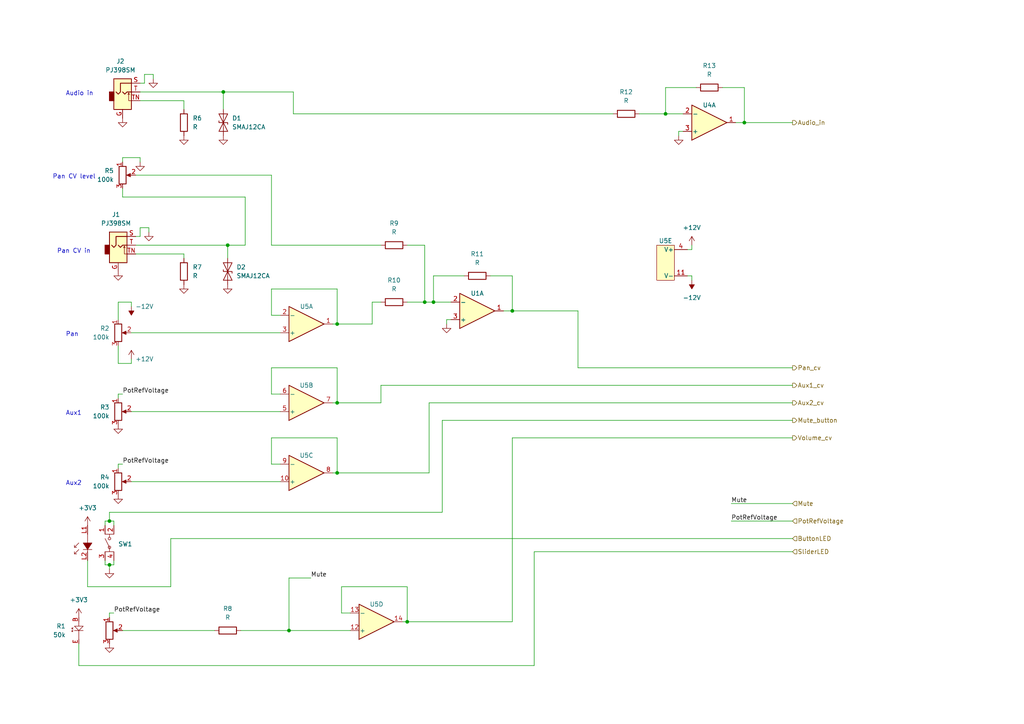
<source format=kicad_sch>
(kicad_sch (version 20230121) (generator eeschema)
  (paper "A4")
  (lib_symbols
    (symbol "Device:R" (pin_numbers hide) (pin_names (offset 0))
      (property "Reference" "R" (at 2.032 0 90))
      (property "Value" "R" (at 0 0 90))
      (symbol "R_0_1"
        (rectangle (start -1.016 -2.54) (end 1.016 2.54) (stroke (width 0.254)))
      )
      (symbol "R_1_1"
        (pin passive line (at 0 3.81 270) (length 1.27) (name "~") (number "1"))
        (pin passive line (at 0 -3.81 90) (length 1.27) (name "~") (number "2"))
      )
    )
    (symbol "Diode:SMAJ12CA" (pin_numbers hide) (pin_names (offset 1.016) hide)
      (property "Reference" "D" (at 0 2.54 0))
      (property "Value" "SMAJ12CA" (at 0 -2.54 0))
      (symbol "SMAJ12CA_0_1"
        (polyline (pts (xy 1.27 0) (xy -1.27 0)))
        (polyline (pts (xy -2.54 -1.27) (xy 0 0) (xy -2.54 1.27) (xy -2.54 -1.27)) (stroke (width 0.2032)))
        (polyline (pts (xy 0.508 1.27) (xy 0 1.27) (xy 0 -1.27) (xy -0.508 -1.27)) (stroke (width 0.2032)))
        (polyline (pts (xy 2.54 1.27) (xy 2.54 -1.27) (xy 0 0) (xy 2.54 1.27)) (stroke (width 0.2032)))
      )
      (symbol "SMAJ12CA_1_1"
        (pin passive line (at -3.81 0 0) (length 2.54) (name "A1") (number "1"))
        (pin passive line (at 3.81 0 180) (length 2.54) (name "A2") (number "2"))
      )
    )
    (symbol "WillItBlend:PB01-109TL" (pin_names (offset 1.016) hide)
      (property "Reference" "SW" (at 3.81 2.54 0))
      (symbol "PB01-109TL_0_0"
        (polyline (pts (xy -8.89 -3.175) (xy -7.62 -1.905)))
        (polyline (pts (xy -8.89 -1.27) (xy -7.62 0)))
        (polyline (pts (xy -6.35 -1.905) (xy -3.81 -1.905)))
        (polyline (pts (xy -5.08 -2.54) (xy -5.08 2.54)))
        (polyline (pts (xy -8.89 -2.54) (xy -8.89 -3.175) (xy -8.255 -3.175)))
        (polyline (pts (xy -8.89 -0.635) (xy -8.89 -1.27) (xy -8.255 -1.27)))
        (polyline (pts (xy -5.08 -1.905) (xy -6.35 0) (xy -3.81 0) (xy -5.08 -1.905)) (fill (type outline)))
      )
      (symbol "PB01-109TL_0_1"
        (polyline (pts (xy 1.27 -2.54) (xy 1.27 -1.27)))
        (polyline (pts (xy 1.27 -1.27) (xy 0 1.27)))
        (polyline (pts (xy 1.27 2.54) (xy 1.27 1.651)))
        (polyline (pts (xy 2.54 -2.54) (xy 0 -2.54)))
        (polyline (pts (xy 2.54 2.54) (xy 0 2.54)))
        (circle (center 1.27 -1.27) (radius 0.381))
        (circle (center 1.27 1.27) (radius 0.381))
        (pin passive line (at 2.54 5.08 270) (length 2.54) (name "2") (number "2"))
      )
      (symbol "PB01-109TL_1_1"
        (pin passive line (at 0 5.08 270) (length 2.54) (name "1") (number "1"))
        (pin passive line (at 0 -5.08 90) (length 2.54) (name "3") (number "3"))
        (pin passive line (at 2.54 -5.08 90) (length 2.54) (name "4") (number "4"))
        (pin passive line (at -5.08 5.08 270) (length 2.54) (name "L1") (number "L1"))
        (pin passive line (at -5.08 -5.08 90) (length 2.54) (name "L2") (number "L2"))
      )
    )
    (symbol "WillItBlend:PJ398SM"
      (property "Reference" "J" (at 0 8.89 0))
      (property "Value" "PJ398SM" (at 0 6.35 0))
      (symbol "PJ398SM_0_1"
        (rectangle (start -2.54 0) (end -3.81 -2.54) (stroke (width 0.254)) (fill (type outline)))
        (polyline (pts (xy 1.778 -0.254) (xy 2.032 -0.762)))
        (polyline (pts (xy 0 0) (xy 0.635 -0.635) (xy 1.27 0) (xy 2.54 0)) (stroke (width 0.254)))
        (polyline (pts (xy 2.54 -2.54) (xy 1.778 -2.54) (xy 1.778 -0.254) (xy 1.524 -0.762)))
        (polyline (pts (xy 2.54 2.54) (xy -0.635 2.54) (xy -0.635 0) (xy -1.27 -0.635) (xy -1.905 0)) (stroke (width 0.254)))
        (rectangle (start 2.54 3.81) (end -2.54 -5.08) (stroke (width 0.254)) (fill (type background)))
      )
      (symbol "PJ398SM_1_1"
        (pin passive line (at 0 -7.62 90) (length 2.54) (name "~") (number "G"))
        (pin passive line (at 5.08 2.54 180) (length 2.54) (name "~") (number "S"))
        (pin passive line (at 5.08 0 180) (length 2.54) (name "~") (number "T"))
        (pin passive line (at 5.08 -2.54 180) (length 2.54) (name "~") (number "TN"))
      )
    )
    (symbol "WillItBlend:R0904N-B100K-L25-KQ" (pin_names (offset 1.016) hide)
      (property "Reference" "R" (at -5.08 1.27 0))
      (property "Value" "100k" (at -3.81 -1.27 0))
      (symbol "R0904N-B100K-L25-KQ_0_1"
        (polyline (pts (xy 2.54 0) (xy 1.524 0)))
        (polyline (pts (xy 1.143 0) (xy 2.286 0.508) (xy 2.286 -0.508) (xy 1.143 0)) (fill (type outline)))
        (rectangle (start 1.016 2.54) (end -1.016 -2.54) (stroke (width 0.254)))
      )
      (symbol "R0904N-B100K-L25-KQ_1_1"
        (pin passive line (at 0 3.81 270) (length 1.27) (name "1") (number "1"))
        (pin passive line (at 3.81 0 180) (length 1.27) (name "2") (number "2"))
        (pin passive line (at 0 -3.81 90) (length 1.27) (name "3") (number "3"))
      )
    )
    (symbol "WillItBlend:RA2045F-20R-15LC-B50K" (pin_names (offset 1.016) hide)
      (property "Reference" "R" (at -3.81 1.27 0))
      (property "Value" "50k" (at -3.81 -1.27 0))
      (symbol "RA2045F-20R-15LC-B50K_0_1"
        (polyline (pts (xy -10.8697 -0.3197) (xy -10.5729 -0.2736)))
        (polyline (pts (xy -10.8631 0.4387) (xy -10.5663 0.4848)))
        (polyline (pts (xy -10.16 0) (xy -7.62 0)))
        (polyline (pts (xy -8.89 0) (xy -8.89 -2.54)))
        (polyline (pts (xy 2.54 0) (xy 1.524 0)))
        (polyline (pts (xy -10.5729 0.1288) (xy -10.8763 -0.2999) (xy -10.9158 0.0034)))
        (polyline (pts (xy -10.5663 0.8872) (xy -10.8697 0.4585) (xy -10.9092 0.7618)))
        (polyline (pts (xy 1.143 0) (xy 2.286 0.508) (xy 2.286 -0.508) (xy 1.143 0)) (fill (type outline)))
        (polyline (pts (xy -8.89 2.54) (xy -8.89 1.27) (xy -10.16 1.27) (xy -8.89 0) (xy -7.62 1.27) (xy -8.89 1.27)))
        (rectangle (start 1.016 2.54) (end -1.016 -2.54) (stroke (width 0.254)))
      )
      (symbol "RA2045F-20R-15LC-B50K_1_1"
        (pin passive line (at 0 3.81 270) (length 1.27) (name "1") (number "1"))
        (pin passive line (at 3.81 0 180) (length 1.27) (name "2") (number "2"))
        (pin passive line (at 0 -3.81 90) (length 1.27) (name "3") (number "3"))
        (pin passive line (at -8.89 3.81 270) (length 1.27) (name "B") (number "B"))
        (pin passive line (at -8.89 -3.81 90) (length 1.27) (name "E") (number "E"))
        (pin no_connect line (at -6.35 -3.81 90) (length 1.27) hide (name "L") (number "L"))
      )
    )
    (symbol "WillItBlend:TL074HIDYYR" (pin_names (offset 0.127))
      (property "Reference" "U" (at 0 5.08 0))
      (symbol "TL074HIDYYR_1_1"
        (polyline (pts (xy -5.08 5.08) (xy 5.08 0) (xy -5.08 -5.08) (xy -5.08 5.08)) (stroke (width 0.254)) (fill (type background)))
        (pin output line (at 7.62 0 180) (length 2.54) (name "~") (number "1"))
        (pin input line (at -7.62 -2.54 0) (length 2.54) (name "-") (number "2"))
        (pin input line (at -7.62 2.54 0) (length 2.54) (name "+") (number "3"))
      )
      (symbol "TL074HIDYYR_2_1"
        (polyline (pts (xy -5.08 5.08) (xy 5.08 0) (xy -5.08 -5.08) (xy -5.08 5.08)) (stroke (width 0.254)) (fill (type background)))
        (pin input line (at -7.62 2.54 0) (length 2.54) (name "+") (number "5"))
        (pin input line (at -7.62 -2.54 0) (length 2.54) (name "-") (number "6"))
        (pin output line (at 7.62 0 180) (length 2.54) (name "~") (number "7"))
      )
      (symbol "TL074HIDYYR_3_1"
        (polyline (pts (xy -5.08 5.08) (xy 5.08 0) (xy -5.08 -5.08) (xy -5.08 5.08)) (stroke (width 0.254)) (fill (type background)))
        (pin input line (at -7.62 2.54 0) (length 2.54) (name "+") (number "10"))
        (pin output line (at 7.62 0 180) (length 2.54) (name "~") (number "8"))
        (pin input line (at -7.62 -2.54 0) (length 2.54) (name "-") (number "9"))
      )
      (symbol "TL074HIDYYR_4_1"
        (polyline (pts (xy -5.08 5.08) (xy 5.08 0) (xy -5.08 -5.08) (xy -5.08 5.08)) (stroke (width 0.254)) (fill (type background)))
        (pin input line (at -7.62 2.54 0) (length 2.54) (name "+") (number "12"))
        (pin input line (at -7.62 -2.54 0) (length 2.54) (name "-") (number "13"))
        (pin output line (at 7.62 0 180) (length 2.54) (name "~") (number "14"))
      )
      (symbol "TL074HIDYYR_5_1"
        (rectangle (start -2.54 5.08) (end 2.54 -5.08) (fill (type background)))
        (pin power_in line (at 6.35 -3.81 180) (length 3.81) (name "V-") (number "11"))
        (pin power_in line (at 6.35 3.81 180) (length 3.81) (name "V+") (number "4"))
      )
    )
    (symbol "power:+12V" (power) (pin_names (offset 0))
      (property "Value" "+12V" (at 0 3.556 0))
      (symbol "+12V_0_1"
        (polyline (pts (xy -0.762 1.27) (xy 0 2.54)))
        (polyline (pts (xy 0 0) (xy 0 2.54)))
        (polyline (pts (xy 0 2.54) (xy 0.762 1.27)))
      )
      (symbol "+12V_1_1"
        (pin power_in line (at 0 0 90) (length 0) hide (name "+12V") (number "1"))
      )
    )
    (symbol "power:+3V3" (power) (pin_names (offset 0))
      (property "Value" "+3V3" (at 0 3.556 0))
      (symbol "+3V3_0_1"
        (polyline (pts (xy -0.762 1.27) (xy 0 2.54)))
        (polyline (pts (xy 0 0) (xy 0 2.54)))
        (polyline (pts (xy 0 2.54) (xy 0.762 1.27)))
      )
      (symbol "+3V3_1_1"
        (pin power_in line (at 0 0 90) (length 0) hide (name "+3V3") (number "1"))
      )
    )
    (symbol "power:-12V" (power) (pin_names (offset 0))
      (property "Value" "-12V" (at 0 3.81 0))
      (symbol "-12V_0_0"
        (pin power_in line (at 0 0 90) (length 0) hide (name "-12V") (number "1"))
      )
      (symbol "-12V_0_1"
        (polyline (pts (xy 0 0) (xy 0 1.27) (xy 0.762 1.27) (xy 0 2.54) (xy -0.762 1.27) (xy 0 1.27)) (fill (type outline)))
      )
    )
    (symbol "power:GND" (power) (pin_names (offset 0))
      (property "Value" "GND" (at 0 -3.81 0))
      (symbol "GND_0_1"
        (polyline (pts (xy 0 0) (xy 0 -1.27) (xy 1.27 -1.27) (xy 0 -2.54) (xy -1.27 -1.27) (xy 0 -1.27)))
      )
      (symbol "GND_1_1"
        (pin power_in line (at 0 0 270) (length 0) hide (name "GND") (number "1"))
      )
    )
  )
  (junction (at 118.11 180.34))
  (junction (at 193.04 33.02))
  (junction (at 148.59 90.17))
  (junction (at 97.79 137.16))
  (junction (at 83.82 182.88))
  (junction (at 97.79 93.98))
  (junction (at 64.77 26.67))
  (junction (at 31.75 163.83))
  (junction (at 125.73 87.63))
  (junction (at 97.79 116.84))
  (junction (at 66.04 71.12))
  (junction (at 215.9 35.56))
  (junction (at 31.75 151.13))
  (junction (at 123.19 87.63))
  (wire (pts (xy 97.79 106.68) (xy 78.74 106.68)))
  (wire (pts (xy 31.75 151.13) (xy 30.48 151.13)))
  (wire (pts (xy 34.29 135.89) (xy 34.29 134.62)))
  (wire (pts (xy 90.17 167.64) (xy 83.82 167.64)))
  (wire (pts (xy 96.52 93.98) (xy 97.79 93.98)))
  (wire (pts (xy 83.82 182.88) (xy 101.6 182.88)))
  (wire (pts (xy 66.04 71.12) (xy 66.04 74.93)))
  (wire (pts (xy 33.02 162.56) (xy 33.02 163.83)))
  (wire (pts (xy 78.74 114.3) (xy 81.28 114.3)))
  (wire (pts (xy 34.29 114.3) (xy 35.56 114.3)))
  (wire (pts (xy 34.29 87.63) (xy 38.1 87.63)))
  (wire (pts (xy 40.64 45.72) (xy 40.64 46.99)))
  (wire (pts (xy 128.27 121.92) (xy 229.87 121.92)))
  (wire (pts (xy 200.66 80.01) (xy 200.66 81.28)))
  (wire (pts (xy 148.59 80.01) (xy 148.59 90.17)))
  (wire (pts (xy 96.52 137.16) (xy 97.79 137.16)))
  (wire (pts (xy 33.02 151.13) (xy 31.75 151.13)))
  (wire (pts (xy 118.11 170.18) (xy 99.06 170.18)))
  (wire (pts (xy 124.46 116.84) (xy 124.46 137.16)))
  (wire (pts (xy 38.1 96.52) (xy 81.28 96.52)))
  (wire (pts (xy 22.86 186.69) (xy 22.86 193.04)))
  (wire (pts (xy 39.37 68.58) (xy 40.64 68.58)))
  (wire (pts (xy 212.09 151.13) (xy 229.87 151.13)))
  (wire (pts (xy 41.91 24.13) (xy 41.91 21.59)))
  (wire (pts (xy 78.74 50.8) (xy 78.74 71.12)))
  (wire (pts (xy 41.91 21.59) (xy 44.45 21.59)))
  (wire (pts (xy 125.73 87.63) (xy 125.73 80.01)))
  (wire (pts (xy 193.04 33.02) (xy 193.04 25.4)))
  (wire (pts (xy 38.1 139.7) (xy 81.28 139.7)))
  (wire (pts (xy 96.52 116.84) (xy 97.79 116.84)))
  (wire (pts (xy 49.53 170.18) (xy 25.4 170.18)))
  (wire (pts (xy 49.53 156.21) (xy 49.53 170.18)))
  (wire (pts (xy 30.48 163.83) (xy 31.75 163.83)))
  (wire (pts (xy 215.9 35.56) (xy 229.87 35.56)))
  (wire (pts (xy 185.42 33.02) (xy 193.04 33.02)))
  (wire (pts (xy 31.75 148.59) (xy 128.27 148.59)))
  (wire (pts (xy 30.48 162.56) (xy 30.48 163.83)))
  (wire (pts (xy 200.66 72.39) (xy 200.66 71.12)))
  (wire (pts (xy 107.95 93.98) (xy 107.95 87.63)))
  (wire (pts (xy 229.87 116.84) (xy 124.46 116.84)))
  (wire (pts (xy 78.74 106.68) (xy 78.74 114.3)))
  (wire (pts (xy 99.06 177.8) (xy 101.6 177.8)))
  (wire (pts (xy 39.37 73.66) (xy 53.34 73.66)))
  (wire (pts (xy 43.18 66.04) (xy 43.18 67.31)))
  (wire (pts (xy 215.9 35.56) (xy 213.36 35.56)))
  (wire (pts (xy 71.12 57.15) (xy 35.56 57.15)))
  (wire (pts (xy 71.12 71.12) (xy 71.12 57.15)))
  (wire (pts (xy 154.94 160.02) (xy 154.94 193.04)))
  (wire (pts (xy 128.27 148.59) (xy 128.27 121.92)))
  (wire (pts (xy 31.75 148.59) (xy 31.75 151.13)))
  (wire (pts (xy 31.75 177.8) (xy 33.02 177.8)))
  (wire (pts (xy 83.82 167.64) (xy 83.82 182.88)))
  (wire (pts (xy 142.24 80.01) (xy 148.59 80.01)))
  (wire (pts (xy 199.39 72.39) (xy 200.66 72.39)))
  (wire (pts (xy 97.79 83.82) (xy 78.74 83.82)))
  (wire (pts (xy 40.64 24.13) (xy 41.91 24.13)))
  (wire (pts (xy 110.49 111.76) (xy 229.87 111.76)))
  (wire (pts (xy 97.79 93.98) (xy 107.95 93.98)))
  (wire (pts (xy 198.12 38.1) (xy 196.85 38.1)))
  (wire (pts (xy 212.09 146.05) (xy 229.87 146.05)))
  (wire (pts (xy 116.84 180.34) (xy 118.11 180.34)))
  (wire (pts (xy 123.19 87.63) (xy 123.19 71.12)))
  (wire (pts (xy 97.79 127) (xy 97.79 137.16)))
  (wire (pts (xy 97.79 83.82) (xy 97.79 93.98)))
  (wire (pts (xy 34.29 92.71) (xy 34.29 87.63)))
  (wire (pts (xy 193.04 33.02) (xy 198.12 33.02)))
  (wire (pts (xy 78.74 127) (xy 78.74 134.62)))
  (wire (pts (xy 125.73 80.01) (xy 134.62 80.01)))
  (wire (pts (xy 123.19 87.63) (xy 125.73 87.63)))
  (wire (pts (xy 118.11 180.34) (xy 148.59 180.34)))
  (wire (pts (xy 71.12 71.12) (xy 66.04 71.12)))
  (wire (pts (xy 66.04 71.12) (xy 39.37 71.12)))
  (wire (pts (xy 148.59 127) (xy 229.87 127)))
  (wire (pts (xy 31.75 163.83) (xy 31.75 165.1)))
  (wire (pts (xy 78.74 71.12) (xy 110.49 71.12)))
  (wire (pts (xy 78.74 91.44) (xy 81.28 91.44)))
  (wire (pts (xy 30.48 151.13) (xy 30.48 152.4)))
  (wire (pts (xy 53.34 73.66) (xy 53.34 74.93)))
  (wire (pts (xy 118.11 71.12) (xy 123.19 71.12)))
  (wire (pts (xy 64.77 26.67) (xy 85.09 26.67)))
  (wire (pts (xy 148.59 90.17) (xy 167.64 90.17)))
  (wire (pts (xy 196.85 38.1) (xy 196.85 39.37)))
  (wire (pts (xy 167.64 106.68) (xy 167.64 90.17)))
  (wire (pts (xy 40.64 29.21) (xy 53.34 29.21)))
  (wire (pts (xy 34.29 115.57) (xy 34.29 114.3)))
  (wire (pts (xy 130.81 92.71) (xy 129.54 92.71)))
  (wire (pts (xy 193.04 25.4) (xy 201.93 25.4)))
  (wire (pts (xy 199.39 80.01) (xy 200.66 80.01)))
  (wire (pts (xy 25.4 170.18) (xy 25.4 162.56)))
  (wire (pts (xy 53.34 29.21) (xy 53.34 31.75)))
  (wire (pts (xy 40.64 26.67) (xy 64.77 26.67)))
  (wire (pts (xy 34.29 105.41) (xy 34.29 100.33)))
  (wire (pts (xy 35.56 57.15) (xy 35.56 54.61)))
  (wire (pts (xy 229.87 156.21) (xy 49.53 156.21)))
  (wire (pts (xy 35.56 46.99) (xy 35.56 45.72)))
  (wire (pts (xy 97.79 127) (xy 78.74 127)))
  (wire (pts (xy 78.74 134.62) (xy 81.28 134.62)))
  (wire (pts (xy 229.87 106.68) (xy 167.64 106.68)))
  (wire (pts (xy 69.85 182.88) (xy 83.82 182.88)))
  (wire (pts (xy 129.54 92.71) (xy 129.54 93.98)))
  (wire (pts (xy 31.75 163.83) (xy 33.02 163.83)))
  (wire (pts (xy 118.11 87.63) (xy 123.19 87.63)))
  (wire (pts (xy 34.29 134.62) (xy 35.56 134.62)))
  (wire (pts (xy 97.79 116.84) (xy 110.49 116.84)))
  (wire (pts (xy 78.74 83.82) (xy 78.74 91.44)))
  (wire (pts (xy 148.59 90.17) (xy 146.05 90.17)))
  (wire (pts (xy 38.1 105.41) (xy 34.29 105.41)))
  (wire (pts (xy 38.1 104.14) (xy 38.1 105.41)))
  (wire (pts (xy 148.59 180.34) (xy 148.59 127)))
  (wire (pts (xy 33.02 152.4) (xy 33.02 151.13)))
  (wire (pts (xy 40.64 68.58) (xy 40.64 66.04)))
  (wire (pts (xy 35.56 182.88) (xy 62.23 182.88)))
  (wire (pts (xy 215.9 25.4) (xy 215.9 35.56)))
  (wire (pts (xy 31.75 179.07) (xy 31.75 177.8)))
  (wire (pts (xy 209.55 25.4) (xy 215.9 25.4)))
  (wire (pts (xy 125.73 87.63) (xy 130.81 87.63)))
  (wire (pts (xy 99.06 170.18) (xy 99.06 177.8)))
  (wire (pts (xy 124.46 137.16) (xy 97.79 137.16)))
  (wire (pts (xy 22.86 193.04) (xy 154.94 193.04)))
  (wire (pts (xy 64.77 26.67) (xy 64.77 31.75)))
  (wire (pts (xy 110.49 116.84) (xy 110.49 111.76)))
  (wire (pts (xy 39.37 50.8) (xy 78.74 50.8)))
  (wire (pts (xy 35.56 45.72) (xy 40.64 45.72)))
  (wire (pts (xy 44.45 21.59) (xy 44.45 22.86)))
  (wire (pts (xy 85.09 33.02) (xy 85.09 26.67)))
  (wire (pts (xy 107.95 87.63) (xy 110.49 87.63)))
  (wire (pts (xy 38.1 119.38) (xy 81.28 119.38)))
  (wire (pts (xy 229.87 160.02) (xy 154.94 160.02)))
  (wire (pts (xy 118.11 170.18) (xy 118.11 180.34)))
  (wire (pts (xy 38.1 87.63) (xy 38.1 88.9)))
  (wire (pts (xy 40.64 66.04) (xy 43.18 66.04)))
  (wire (pts (xy 177.8 33.02) (xy 85.09 33.02)))
  (wire (pts (xy 97.79 106.68) (xy 97.79 116.84)))
  (text "Aux2" (at 19.05 140.97 0) (effects (font (size 1.27 1.27)) (justify left bottom)))
  (text "Pan CV in" (at 16.51 73.66 0) (effects (font (size 1.27 1.27)) (justify left bottom)))
  (text "Pan CV level" (at 15.24 52.07 0) (effects (font (size 1.27 1.27)) (justify left bottom)))
  (text "Audio in" (at 19.05 27.94 0) (effects (font (size 1.27 1.27)) (justify left bottom)))
  (text "Pan" (at 19.05 97.79 0) (effects (font (size 1.27 1.27)) (justify left bottom)))
  (text "Aux1" (at 19.05 120.65 0) (effects (font (size 1.27 1.27)) (justify left bottom)))
  (label "PotRefVoltage" (at 35.56 114.3 0))
  (label "Mute" (at 90.17 167.64 0))
  (label "PotRefVoltage" (at 33.02 177.8 0))
  (label "PotRefVoltage" (at 35.56 134.62 0))
  (label "Mute" (at 212.09 146.05 0))
  (label "PotRefVoltage" (at 212.09 151.13 0))
  (hierarchical_label "Mute" (shape input) (at 229.87 146.05 0))
  (hierarchical_label "Audio_in" (shape output) (at 229.87 35.56 0))
  (hierarchical_label "ButtonLED" (shape input) (at 229.87 156.21 0))
  (hierarchical_label "Aux2_cv" (shape output) (at 229.87 116.84 0))
  (hierarchical_label "Mute_button" (shape output) (at 229.87 121.92 0))
  (hierarchical_label "Aux1_cv" (shape output) (at 229.87 111.76 0))
  (hierarchical_label "Volume_cv" (shape output) (at 229.87 127 0))
  (hierarchical_label "Pan_cv" (shape output) (at 229.87 106.68 0))
  (hierarchical_label "PotRefVoltage" (shape input) (at 229.87 151.13 0))
  (hierarchical_label "SliderLED" (shape input) (at 229.87 160.02 0))
  (symbol (lib_id "power:GND") (at 53.34 39.37 0) (unit 1)
    (property "Reference" "#PWR0105" (effects hide))
    (property "Value" "GND" (effects hide))
    (instances (project "WillItBlend" (path "" (reference "#PWR022") (unit 1))))
  )
  (symbol (lib_id "Diode:SMAJ12CA") (at 64.77 35.56 90) (unit 1)
    (property "Reference" "D1" (at 67.31 34.29 90) (effects (justify right)))
    (property "Value" "SMAJ12CA" (at 67.31 36.83 90) (effects (justify right)))
    (property "Footprint" "Diode_SMD:D_SMA" (effects hide))
    (property "Datasheet" "https://www.littelfuse.com/media?resourcetype=datasheets&itemid=75e32973-b177-4ee3-a0ff-cedaf1abdb93&filename=smaj-datasheet" (effects hide))
  )
  (symbol (lib_id "power:GND") (at 34.29 143.51 0) (unit 1)
    (property "Reference" "#PWR0114" (effects hide))
    (property "Value" "GND" (effects hide))
    (instances (project "WillItBlend" (path "" (reference "#PWR015") (unit 1))))
  )
  (symbol (lib_id "power:+3V3") (at 25.4 152.4 0) (unit 1)
    (property "Reference" "#PWR0110" (effects hide))
    (property "Value" "+3V3" (at 25.4 147.32 0))
    (instances (project "WillItBlend" (path "" (reference "#PWR010") (unit 1))))
  )
  (symbol (lib_id "power:GND") (at 196.85 39.37 0) (unit 1)
    (property "Reference" "#PWR0116" (effects hide))
    (property "Value" "GND" (effects hide))
    (instances (project "WillItBlend" (path "" (reference "#PWR027") (unit 1))))
  )
  (symbol (lib_id "WillItBlend:R0904N-B100K-L25-KQ") (at 34.29 96.52 0) (unit 1)
    (property "Reference" "R9" (at 31.75 95.25 0) (effects (justify right)))
    (property "Value" "100k" (at 31.75 97.79 0) (effects (justify right)))
    (property "Footprint" "WillItBlend:Potentiometer_SongHuei_9mm" (effects hide))
    (property "Datasheet" "https://www.thonk.co.uk/wp-content/uploads/2014/10/R0904N_Thonk.pdf" (effects hide))
    (instances (project "WillItBlend" (path "" (reference "R2") (unit 1))))
  )
  (symbol (lib_id "Device:R") (at 114.3 87.63 90) (unit 1)
    (property "Reference" "R7" (at 114.3 81.28 90))
    (property "Value" "R" (at 114.3 83.82 90))
    (property "Footprint" "Resistor_SMD:R_0402_1005Metric_Pad0.72x0.64mm_HandSolder" (effects hide))
    (instances (project "WillItBlend" (path "" (reference "R10") (unit 1))))
  )
  (symbol (lib_id "WillItBlend:TL074HIDYYR") (at 88.9 137.16 0) (mirror x) (unit 3)
    (property "Reference" "U1" (at 88.9 132.08 0))
    (property "Value" "TL074HIDYYR" (effects hide))
    (property "Footprint" "WillItBlend:SOT-23-THIN" (effects hide))
    (property "Datasheet" "http://www.ti.com/lit/ds/symlink/tl071.pdf" (effects hide))
    (instances (project "WillItBlend" (path "" (reference "U5") (unit 3))))
  )
  (symbol (lib_id "power:GND") (at 43.18 67.31 0) (unit 1)
    (property "Reference" "#PWR0102" (effects hide))
    (property "Value" "GND" (effects hide))
    (instances (project "WillItBlend" (path "" (reference "#PWR020") (unit 1))))
  )
  (symbol (lib_id "WillItBlend:RA2045F-20R-15LC-B50K") (at 31.75 182.88 0) (unit 1)
    (property "Reference" "R12" (at 19.05 181.61 0) (effects (justify right)))
    (property "Value" "50k" (at 19.05 184.15 0) (effects (justify right)))
    (property "Footprint" "WillItBlend:RA2045F-20" (effects hide))
    (property "Datasheet" "https://www.thonk.co.uk/wp-content/uploads/2014/10/R0904N_Thonk.pdf" (effects hide))
    (instances (project "WillItBlend" (path "" (reference "R1") (unit 1))))
  )
  (symbol (lib_id "power:GND") (at 34.29 123.19 0) (unit 1)
    (property "Reference" "#PWR0111" (effects hide))
    (property "Value" "GND" (effects hide))
    (instances (project "WillItBlend" (path "" (reference "#PWR014") (unit 1))))
  )
  (symbol (lib_id "Device:R") (at 53.34 35.56 0) (unit 1)
    (property "Reference" "R1" (at 55.88 34.29 0) (effects (justify left)))
    (property "Value" "R" (at 55.88 36.83 0) (effects (justify left)))
    (property "Footprint" "Resistor_SMD:R_0402_1005Metric_Pad0.72x0.64mm_HandSolder" (effects hide))
    (instances (project "WillItBlend" (path "" (reference "R6") (unit 1))))
  )
  (symbol (lib_id "WillItBlend:R0904N-B100K-L25-KQ") (at 35.56 50.8 0) (unit 1)
    (property "Reference" "R4" (at 33.02 49.53 0) (effects (justify right)))
    (property "Value" "100k" (at 33.02 52.07 0) (effects (justify right)))
    (property "Footprint" "WillItBlend:Potentiometer_SongHuei_9mm" (effects hide))
    (property "Datasheet" "https://www.thonk.co.uk/wp-content/uploads/2014/10/R0904N_Thonk.pdf" (effects hide))
    (instances (project "WillItBlend" (path "" (reference "R5") (unit 1))))
  )
  (symbol (lib_id "WillItBlend:TL074HIDYYR") (at 193.04 76.2 0) (unit 5)
    (property "Reference" "U1" (at 193.04 69.85 0))
    (property "Value" "TL074HIDYYR" (effects hide))
    (property "Footprint" "WillItBlend:SOT-23-THIN" (effects hide))
    (property "Datasheet" "http://www.ti.com/lit/ds/symlink/tl071.pdf" (effects hide))
    (instances (project "WillItBlend" (path "" (reference "U5") (unit 5))))
  )
  (symbol (lib_id "WillItBlend:TL074HIDYYR") (at 205.74 35.56 0) (mirror x) (unit 1)
    (property "Reference" "U6" (at 205.74 30.48 0))
    (property "Value" "TL074HIDYYR" (effects hide))
    (property "Footprint" "WillItBlend:SOT-23-THIN" (effects hide))
    (property "Datasheet" "http://www.ti.com/lit/ds/symlink/tl071.pdf" (effects hide))
    (instances (project "WillItBlend" (path "" (reference "U4") (unit 1))))
  )
  (symbol (lib_id "power:GND") (at 31.75 186.69 0) (unit 1)
    (property "Reference" "#PWR0108" (effects hide))
    (property "Value" "GND" (effects hide))
    (instances (project "WillItBlend" (path "" (reference "#PWR012") (unit 1))))
  )
  (symbol (lib_id "WillItBlend:TL074HIDYYR") (at 88.9 116.84 0) (mirror x) (unit 2)
    (property "Reference" "U1" (at 88.9 111.76 0))
    (property "Value" "TL074HIDYYR" (effects hide))
    (property "Footprint" "WillItBlend:SOT-23-THIN" (effects hide))
    (property "Datasheet" "http://www.ti.com/lit/ds/symlink/tl071.pdf" (effects hide))
    (instances (project "WillItBlend" (path "" (reference "U5") (unit 2))))
  )
  (symbol (lib_id "WillItBlend:TL074HIDYYR") (at 88.9 93.98 0) (mirror x) (unit 1)
    (property "Reference" "U1" (at 88.9 88.9 0))
    (property "Value" "TL074HIDYYR" (effects hide))
    (property "Footprint" "WillItBlend:SOT-23-THIN" (effects hide))
    (property "Datasheet" "http://www.ti.com/lit/ds/symlink/tl071.pdf" (effects hide))
    (instances (project "WillItBlend" (path "" (reference "U5") (unit 1))))
  )
  (symbol (lib_id "Diode:SMAJ12CA") (at 66.04 78.74 90) (unit 1)
    (property "Reference" "D2" (at 68.58 77.47 90) (effects (justify right)))
    (property "Value" "SMAJ12CA" (at 68.58 80.01 90) (effects (justify right)))
    (property "Footprint" "Diode_SMD:D_SMA" (effects hide))
    (property "Datasheet" "https://www.littelfuse.com/media?resourcetype=datasheets&itemid=75e32973-b177-4ee3-a0ff-cedaf1abdb93&filename=smaj-datasheet" (effects hide))
  )
  (symbol (lib_id "power:+3V3") (at 22.86 179.07 0) (unit 1)
    (property "Reference" "#PWR0107" (effects hide))
    (property "Value" "+3V3" (at 22.86 173.99 0))
    (instances (project "WillItBlend" (path "" (reference "#PWR09") (unit 1))))
  )
  (symbol (lib_id "power:+12V") (at 38.1 104.14 0) (unit 1)
    (property "Reference" "#PWR018" (effects hide))
    (property "Value" "+12V" (at 41.91 104.14 0))
  )
  (symbol (lib_id "WillItBlend:PJ398SM") (at 35.56 26.67 0) (unit 1)
    (property "Reference" "J1" (at 34.925 17.78 0))
    (property "Value" "PJ398SM" (at 34.925 20.32 0))
    (property "Footprint" "WillItBlend:PJ398SM" (effects hide))
    (property "Datasheet" "https://www.thonk.co.uk/wp-content/uploads/2018/07/Thonkiconn_Jack_Datasheet-new.jpg" (effects hide))
    (instances (project "WillItBlend" (path "" (reference "J2") (unit 1))))
  )
  (symbol (lib_id "power:GND") (at 64.77 39.37 0) (unit 1)
    (property "Reference" "#PWR0115" (effects hide))
    (property "Value" "GND" (effects hide))
    (instances (project "WillItBlend" (path "" (reference "#PWR024") (unit 1))))
  )
  (symbol (lib_id "power:-12V") (at 200.66 81.28 180) (unit 1)
    (property "Reference" "#PWR029" (effects hide))
    (property "Value" "-12V" (at 200.66 86.36 0))
  )
  (symbol (lib_id "power:GND") (at 66.04 82.55 0) (unit 1)
    (property "Reference" "#PWR0115" (effects hide))
    (property "Value" "GND" (effects hide))
    (instances (project "WillItBlend" (path "" (reference "#PWR025") (unit 1))))
  )
  (symbol (lib_id "power:GND") (at 31.75 165.1 0) (unit 1)
    (property "Reference" "#PWR0109" (effects hide))
    (property "Value" "GND" (effects hide))
    (instances (project "WillItBlend" (path "" (reference "#PWR011") (unit 1))))
  )
  (symbol (lib_id "power:GND") (at 129.54 93.98 0) (unit 1)
    (property "Reference" "#PWR0106" (effects hide))
    (property "Value" "GND" (effects hide))
    (instances (project "WillItBlend" (path "" (reference "#PWR026") (unit 1))))
  )
  (symbol (lib_id "power:GND") (at 35.56 34.29 0) (unit 1)
    (property "Reference" "#PWR0103" (effects hide))
    (property "Value" "GND" (effects hide))
    (instances (project "WillItBlend" (path "" (reference "#PWR016") (unit 1))))
  )
  (symbol (lib_id "power:-12V") (at 38.1 88.9 180) (unit 1)
    (property "Reference" "#PWR017" (effects hide))
    (property "Value" "-12V" (at 41.91 88.9 0))
  )
  (symbol (lib_id "power:+12V") (at 200.66 71.12 0) (unit 1)
    (property "Reference" "#PWR028" (effects hide))
    (property "Value" "+12V" (at 200.66 66.04 0))
  )
  (symbol (lib_id "Device:R") (at 138.43 80.01 90) (unit 1)
    (property "Reference" "R8" (at 138.43 73.66 90))
    (property "Value" "R" (at 138.43 76.2 90))
    (property "Footprint" "Resistor_SMD:R_0402_1005Metric_Pad0.72x0.64mm_HandSolder" (effects hide))
    (instances (project "WillItBlend" (path "" (reference "R11") (unit 1))))
  )
  (symbol (lib_id "Device:R") (at 53.34 78.74 0) (unit 1)
    (property "Reference" "R5" (at 55.88 77.47 0) (effects (justify left)))
    (property "Value" "R" (at 55.88 80.01 0) (effects (justify left)))
    (property "Footprint" "Resistor_SMD:R_0402_1005Metric_Pad0.72x0.64mm_HandSolder" (effects hide))
    (instances (project "WillItBlend" (path "" (reference "R7") (unit 1))))
  )
  (symbol (lib_id "power:GND") (at 53.34 82.55 0) (unit 1)
    (property "Reference" "#PWR0115" (effects hide))
    (property "Value" "GND" (effects hide))
    (instances (project "WillItBlend" (path "" (reference "#PWR023") (unit 1))))
  )
  (symbol (lib_id "WillItBlend:R0904N-B100K-L25-KQ") (at 34.29 139.7 0) (unit 1)
    (property "Reference" "R11" (at 31.75 138.43 0) (effects (justify right)))
    (property "Value" "100k" (at 31.75 140.97 0) (effects (justify right)))
    (property "Footprint" "WillItBlend:Potentiometer_SongHuei_9mm" (effects hide))
    (property "Datasheet" "https://www.thonk.co.uk/wp-content/uploads/2014/10/R0904N_Thonk.pdf" (effects hide))
    (instances (project "WillItBlend" (path "" (reference "R4") (unit 1))))
  )
  (symbol (lib_id "power:GND") (at 44.45 22.86 0) (unit 1)
    (property "Reference" "#PWR0101" (effects hide))
    (property "Value" "GND" (effects hide))
    (instances (project "WillItBlend" (path "" (reference "#PWR021") (unit 1))))
  )
  (symbol (lib_id "WillItBlend:R0904N-B100K-L25-KQ") (at 34.29 119.38 0) (unit 1)
    (property "Reference" "R10" (at 31.75 118.11 0) (effects (justify right)))
    (property "Value" "100k" (at 31.75 120.65 0) (effects (justify right)))
    (property "Footprint" "WillItBlend:Potentiometer_SongHuei_9mm" (effects hide))
    (property "Datasheet" "https://www.thonk.co.uk/wp-content/uploads/2014/10/R0904N_Thonk.pdf" (effects hide))
    (instances (project "WillItBlend" (path "" (reference "R3") (unit 1))))
  )
  (symbol (lib_id "WillItBlend:TL074HIDYYR") (at 138.43 90.17 0) (mirror x) (unit 1)
    (property "Reference" "U2" (at 138.43 85.09 0))
    (property "Value" "TL074HIDYYR" (effects hide))
    (property "Footprint" "WillItBlend:SOT-23-THIN" (effects hide))
    (property "Datasheet" "http://www.ti.com/lit/ds/symlink/tl071.pdf" (effects hide))
    (instances (project "WillItBlend" (path "" (reference "U1") (unit 1))))
  )
  (symbol (lib_id "Device:R") (at 66.04 182.88 90) (unit 1)
    (property "Reference" "R7" (at 66.04 176.53 90))
    (property "Value" "R" (at 66.04 179.07 90))
    (property "Footprint" "Resistor_SMD:R_0402_1005Metric_Pad0.72x0.64mm_HandSolder" (effects hide))
    (instances (project "WillItBlend" (path "" (reference "R8") (unit 1))))
  )
  (symbol (lib_id "WillItBlend:TL074HIDYYR") (at 109.22 180.34 0) (mirror x) (unit 4)
    (property "Reference" "U1" (at 109.22 175.26 0))
    (property "Value" "TL074HIDYYR" (effects hide))
    (property "Footprint" "WillItBlend:SOT-23-THIN" (effects hide))
    (property "Datasheet" "http://www.ti.com/lit/ds/symlink/tl071.pdf" (effects hide))
    (instances (project "WillItBlend" (path "" (reference "U5") (unit 4))))
  )
  (symbol (lib_id "Device:R") (at 114.3 71.12 90) (unit 1)
    (property "Reference" "R6" (at 114.3 64.77 90))
    (property "Value" "R" (at 114.3 67.31 90))
    (property "Footprint" "Resistor_SMD:R_0402_1005Metric_Pad0.72x0.64mm_HandSolder" (effects hide))
    (instances (project "WillItBlend" (path "" (reference "R9") (unit 1))))
  )
  (symbol (lib_id "WillItBlend:PJ398SM") (at 34.29 71.12 0) (unit 1)
    (property "Reference" "J2" (at 33.655 62.23 0))
    (property "Value" "PJ398SM" (at 33.655 64.77 0))
    (property "Footprint" "WillItBlend:PJ398SM" (effects hide))
    (property "Datasheet" "https://www.thonk.co.uk/wp-content/uploads/2018/07/Thonkiconn_Jack_Datasheet-new.jpg" (effects hide))
    (instances (project "WillItBlend" (path "" (reference "J1") (unit 1))))
  )
  (symbol (lib_id "power:GND") (at 34.29 78.74 0) (unit 1)
    (property "Reference" "#PWR0113" (effects hide))
    (property "Value" "GND" (effects hide))
    (instances (project "WillItBlend" (path "" (reference "#PWR013") (unit 1))))
  )
  (symbol (lib_id "Device:R") (at 205.74 25.4 90) (unit 1)
    (property "Reference" "R3" (at 205.74 19.05 90))
    (property "Value" "R" (at 205.74 21.59 90))
    (property "Footprint" "Resistor_SMD:R_0402_1005Metric_Pad0.72x0.64mm_HandSolder" (effects hide))
    (instances (project "WillItBlend" (path "" (reference "R13") (unit 1))))
  )
  (symbol (lib_id "Device:R") (at 181.61 33.02 90) (unit 1)
    (property "Reference" "R2" (at 181.61 26.67 90))
    (property "Value" "R" (at 181.61 29.21 90))
    (property "Footprint" "Resistor_SMD:R_0402_1005Metric_Pad0.72x0.64mm_HandSolder" (effects hide))
    (instances (project "WillItBlend" (path "" (reference "R12") (unit 1))))
  )
  (symbol (lib_id "WillItBlend:PB01-109TL") (at 30.48 157.48 0) (unit 1)
    (property "Reference" "SW1" (at 34.29 157.7975 0) (effects (justify left)))
    (property "Value" "SW_SPST_LED" (effects hide))
    (property "Footprint" "WillItBlend:PB01-109TL" (effects hide))
    (property "Datasheet" "https://www.thonk.co.uk/wp-content/uploads/2021/12/LowProfileButton.pdf" (effects hide))
  )
  (symbol (lib_id "power:GND") (at 40.64 46.99 0) (unit 1)
    (property "Reference" "#PWR0104" (effects hide))
    (property "Value" "GND" (effects hide))
    (instances (project "WillItBlend" (path "" (reference "#PWR019") (unit 1))))
  )
)
</source>
